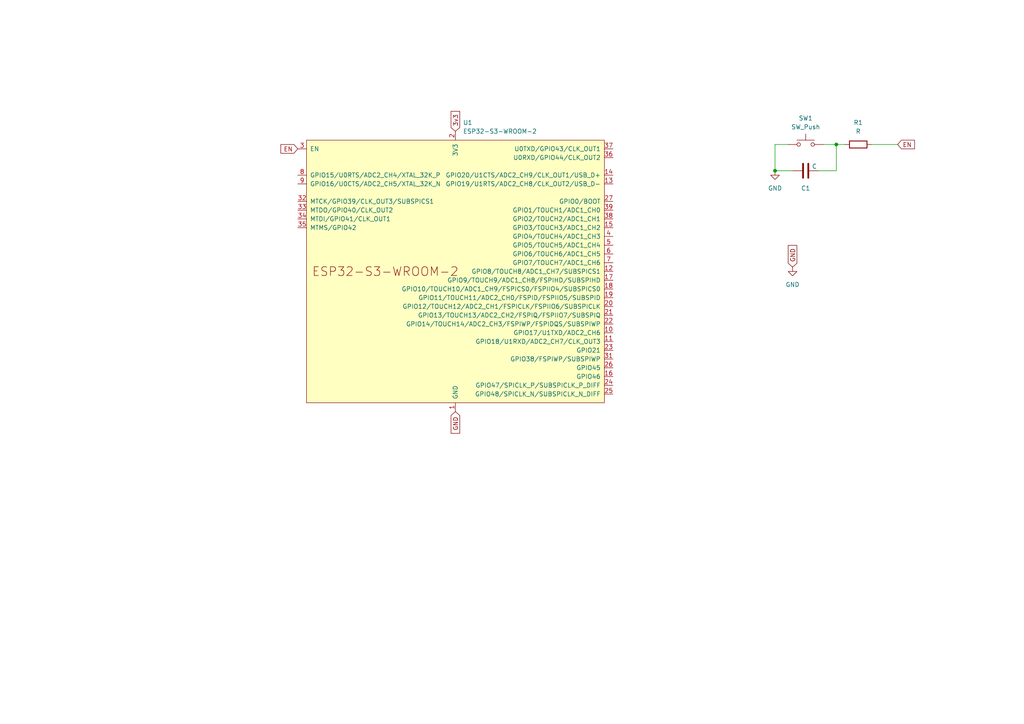
<source format=kicad_sch>
(kicad_sch (version 20230121) (generator eeschema)
  (paper "A4")
  (lib_symbols
    (symbol "Device:C" (pin_numbers hide) (pin_names (offset 0.254))
      (property "Reference" "C" (at 0.635 2.54 0))
      (property "Value" "C" (at 0.635 -2.54 0))
      (symbol "C_0_1"
        (polyline (pts (xy -2.032 -0.762) (xy 2.032 -0.762)) (stroke (width 0.508)))
        (polyline (pts (xy -2.032 0.762) (xy 2.032 0.762)) (stroke (width 0.508)))
      )
      (symbol "C_1_1"
        (pin passive line (at 0 3.81 270) (length 2.794) (name "~") (number "1"))
        (pin passive line (at 0 -3.81 90) (length 2.794) (name "~") (number "2"))
      )
    )
    (symbol "Device:R" (pin_numbers hide) (pin_names (offset 0))
      (property "Reference" "R" (at 2.032 0 90))
      (property "Value" "R" (at 0 0 90))
      (symbol "R_0_1"
        (rectangle (start -1.016 -2.54) (end 1.016 2.54) (stroke (width 0.254)))
      )
      (symbol "R_1_1"
        (pin passive line (at 0 3.81 270) (length 1.27) (name "~") (number "1"))
        (pin passive line (at 0 -3.81 90) (length 1.27) (name "~") (number "2"))
      )
    )
    (symbol "PCM_Espressif:ESP32-S3-WROOM-2" (pin_names (offset 1.016))
      (property "Reference" "U" (at -43.18 43.18 0))
      (property "Value" "ESP32-S3-WROOM-2" (at -43.18 40.64 0))
      (symbol "ESP32-S3-WROOM-2_0_0"
        (text "ESP32-S3-WROOM-2" (at -20.32 0 0) (effects (font (size 2.54 2.54))))
        (pin power_in line (at 0 -40.64 90) (length 2.54) (name "GND") (number "1"))
        (pin bidirectional line (at 45.72 -17.78 180) (length 2.54) (name "GPIO17/U1TXD/ADC2_CH6") (number "10"))
        (pin bidirectional line (at 45.72 -20.32 180) (length 2.54) (name "GPIO18/U1RXD/ADC2_CH7/CLK_OUT3") (number "11"))
        (pin bidirectional line (at 45.72 0 180) (length 2.54) (name "GPIO8/TOUCH8/ADC1_CH7/SUBSPICS1") (number "12"))
        (pin bidirectional line (at 45.72 25.4 180) (length 2.54) (name "GPIO19/U1RTS/ADC2_CH8/CLK_OUT2/USB_D-") (number "13"))
        (pin bidirectional line (at 45.72 27.94 180) (length 2.54) (name "GPIO20/U1CTS/ADC2_CH9/CLK_OUT1/USB_D+") (number "14"))
        (pin bidirectional line (at 45.72 12.7 180) (length 2.54) (name "GPIO3/TOUCH3/ADC1_CH2") (number "15"))
        (pin bidirectional line (at 45.72 -30.48 180) (length 2.54) (name "GPIO46") (number "16"))
        (pin bidirectional line (at 45.72 -2.54 180) (length 2.54) (name "GPIO9/TOUCH9/ADC1_CH8/FSPIHD/SUBSPIHD") (number "17"))
        (pin bidirectional line (at 45.72 -5.08 180) (length 2.54) (name "GPIO10/TOUCH10/ADC1_CH9/FSPICS0/FSPIIO4/SUBSPICS0") (number "18"))
        (pin bidirectional line (at 45.72 -7.62 180) (length 2.54) (name "GPIO11/TOUCH11/ADC2_CH0/FSPID/FSPIIO5/SUBSPID") (number "19"))
        (pin power_in line (at 0 40.64 270) (length 2.54) (name "3V3") (number "2"))
        (pin bidirectional line (at 45.72 -10.16 180) (length 2.54) (name "GPIO12/TOUCH12/ADC2_CH1/FSPICLK/FSPIIO6/SUBSPICLK") (number "20"))
        (pin bidirectional line (at 45.72 -12.7 180) (length 2.54) (name "GPIO13/TOUCH13/ADC2_CH2/FSPIQ/FSPIIO7/SUBSPIQ") (number "21"))
        (pin bidirectional line (at 45.72 -15.24 180) (length 2.54) (name "GPIO14/TOUCH14/ADC2_CH3/FSPIWP/FSPIDQS/SUBSPIWP") (number "22"))
        (pin bidirectional line (at 45.72 -22.86 180) (length 2.54) (name "GPIO21") (number "23"))
        (pin bidirectional line (at 45.72 -33.02 180) (length 2.54) (name "GPIO47/SPICLK_P/SUBSPICLK_P_DIFF") (number "24"))
        (pin bidirectional line (at 45.72 -35.56 180) (length 2.54) (name "GPIO48/SPICLK_N/SUBSPICLK_N_DIFF") (number "25"))
        (pin bidirectional line (at 45.72 -27.94 180) (length 2.54) (name "GPIO45") (number "26"))
        (pin bidirectional line (at 45.72 20.32 180) (length 2.54) (name "GPIO0/BOOT") (number "27"))
        (pin no_connect line (at -43.18 -35.56 0) (length 2.54) hide (name "NC") (number "28"))
        (pin no_connect line (at -43.18 -33.02 0) (length 2.54) hide (name "NC") (number "29"))
        (pin input line (at -45.72 35.56 0) (length 2.54) (name "EN") (number "3"))
        (pin no_connect line (at -43.18 -30.48 0) (length 2.54) hide (name "NC") (number "30"))
        (pin bidirectional line (at 45.72 -25.4 180) (length 2.54) (name "GPIO38/FSPIWP/SUBSPIWP") (number "31"))
        (pin bidirectional line (at -45.72 20.32 0) (length 2.54) (name "MTCK/GPIO39/CLK_OUT3/SUBSPICS1") (number "32"))
        (pin bidirectional line (at -45.72 17.78 0) (length 2.54) (name "MTDO/GPIO40/CLK_OUT2") (number "33"))
        (pin bidirectional line (at -45.72 15.24 0) (length 2.54) (name "MTDI/GPIO41/CLK_OUT1") (number "34"))
        (pin bidirectional line (at -45.72 12.7 0) (length 2.54) (name "MTMS/GPIO42") (number "35"))
        (pin bidirectional line (at 45.72 33.02 180) (length 2.54) (name "U0RXD/GPIO44/CLK_OUT2") (number "36"))
        (pin bidirectional line (at 45.72 35.56 180) (length 2.54) (name "U0TXD/GPIO43/CLK_OUT1") (number "37"))
        (pin bidirectional line (at 45.72 15.24 180) (length 2.54) (name "GPIO2/TOUCH2/ADC1_CH1") (number "38"))
        (pin bidirectional line (at 45.72 17.78 180) (length 2.54) (name "GPIO1/TOUCH1/ADC1_CH0") (number "39"))
        (pin bidirectional line (at 45.72 10.16 180) (length 2.54) (name "GPIO4/TOUCH4/ADC1_CH3") (number "4"))
        (pin passive line (at 0 -40.64 90) (length 2.54) hide (name "GND") (number "40"))
        (pin passive line (at 0 -40.64 90) (length 2.54) hide (name "GND") (number "41"))
        (pin bidirectional line (at 45.72 7.62 180) (length 2.54) (name "GPIO5/TOUCH5/ADC1_CH4") (number "5"))
        (pin bidirectional line (at 45.72 5.08 180) (length 2.54) (name "GPIO6/TOUCH6/ADC1_CH5") (number "6"))
        (pin bidirectional line (at 45.72 2.54 180) (length 2.54) (name "GPIO7/TOUCH7/ADC1_CH6") (number "7"))
        (pin bidirectional line (at -45.72 27.94 0) (length 2.54) (name "GPIO15/U0RTS/ADC2_CH4/XTAL_32K_P") (number "8"))
        (pin bidirectional line (at -45.72 25.4 0) (length 2.54) (name "GPIO16/U0CTS/ADC2_CH5/XTAL_32K_N") (number "9"))
      )
      (symbol "ESP32-S3-WROOM-2_0_1"
        (rectangle (start -43.18 38.1) (end 43.18 -38.1) (fill (type background)))
      )
    )
    (symbol "Switch:SW_Push" (pin_numbers hide) (pin_names (offset 1.016) hide)
      (property "Reference" "SW" (at 1.27 2.54 0))
      (property "Value" "SW_Push" (at 0 -1.524 0))
      (symbol "SW_Push_0_1"
        (circle (center -2.032 0) (radius 0.508))
        (polyline (pts (xy 0 1.27) (xy 0 3.048)))
        (polyline (pts (xy 2.54 1.27) (xy -2.54 1.27)))
        (circle (center 2.032 0) (radius 0.508))
        (pin passive line (at -5.08 0 0) (length 2.54) (name "1") (number "1"))
        (pin passive line (at 5.08 0 180) (length 2.54) (name "2") (number "2"))
      )
    )
    (symbol "power:GND" (power) (pin_names (offset 0))
      (property "Value" "GND" (at 0 -3.81 0))
      (symbol "GND_0_1"
        (polyline (pts (xy 0 0) (xy 0 -1.27) (xy 1.27 -1.27) (xy 0 -2.54) (xy -1.27 -1.27) (xy 0 -1.27)))
      )
      (symbol "GND_1_1"
        (pin power_in line (at 0 0 270) (length 0) hide (name "GND") (number "1"))
      )
    )
  )
  (junction (at 242.57 41.91))
  (junction (at 224.79 49.53))
  (wire (pts (xy 228.6 41.91) (xy 224.79 41.91)))
  (wire (pts (xy 242.57 49.53) (xy 237.49 49.53)))
  (wire (pts (xy 242.57 41.91) (xy 238.76 41.91)))
  (wire (pts (xy 224.79 41.91) (xy 224.79 49.53)))
  (wire (pts (xy 242.57 49.53) (xy 242.57 41.91)))
  (wire (pts (xy 224.79 49.53) (xy 229.87 49.53)))
  (wire (pts (xy 252.73 41.91) (xy 260.35 41.91)))
  (wire (pts (xy 242.57 41.91) (xy 245.11 41.91)))
  (global_label "EN" (shape input) (at 86.36 43.18 180) (property "Intersheetrefs" "${INTERSHEET_REFS}" (effects hide)))
  (global_label "EN" (shape input) (at 260.35 41.91 0) (property "Intersheetrefs" "${INTERSHEET_REFS}" (effects hide)))
  (global_label "GND" (shape input) (at 132.08 119.38 270) (property "Intersheetrefs" "${INTERSHEET_REFS}" (effects hide)))
  (global_label "GND" (shape input) (at 229.87 77.47 90) (property "Intersheetrefs" "${INTERSHEET_REFS}" (effects hide)))
  (global_label "3v3" (shape input) (at 132.08 38.1 90) (property "Intersheetrefs" "${INTERSHEET_REFS}" (effects hide)))
  (symbol (lib_id "Device:R") (at 248.92 41.91 90) (unit 1)
    (property "Reference" "R1" (at 248.92 35.56 90))
    (property "Value" "R" (at 248.92 38.1 90))
    (property "Footprint" "Resistor_SMD:R_0805_2012Metric" (effects hide))
  )
  (symbol (lib_id "PCM_Espressif:ESP32-S3-WROOM-2") (at 132.08 78.74 0) (unit 1)
    (property "Reference" "U1" (at 134.2741 35.56 0) (effects (justify left)))
    (property "Value" "ESP32-S3-WROOM-2" (at 134.2741 38.1 0) (effects (justify left)))
    (property "Footprint" "PCM_Espressif:ESP32-S3-WROOM-2" (effects hide))
    (property "Datasheet" "https://www.espressif.com/sites/default/files/documentation/esp32-s3-wroom-2_datasheet_en.pdf" (effects hide))
  )
  (symbol (lib_id "power:GND") (at 229.87 77.47 0) (unit 1)
    (property "Reference" "#PWR01" (effects hide))
    (property "Value" "GND" (at 229.87 82.55 0))
  )
  (symbol (lib_id "Switch:SW_Push") (at 233.68 41.91 0) (unit 1)
    (property "Reference" "SW1" (at 233.68 34.29 0))
    (property "Value" "SW_Push" (at 233.68 36.83 0))
    (property "Footprint" "Button_Switch_SMD:SW_SPST_EVQP7A" (effects hide))
  )
  (symbol (lib_id "power:GND") (at 224.79 49.53 0) (unit 1)
    (property "Reference" "#PWR02" (effects hide))
    (property "Value" "GND" (at 224.79 54.61 0))
  )
  (symbol (lib_id "Device:C") (at 233.68 49.53 90) (unit 1)
    (property "Reference" "C1" (at 233.68 54.61 90))
    (property "Value" "C" (at 236.22 48.26 90))
    (property "Footprint" "Capacitor_SMD:C_0805_2012Metric" (effects hide))
  )
)
</source>
